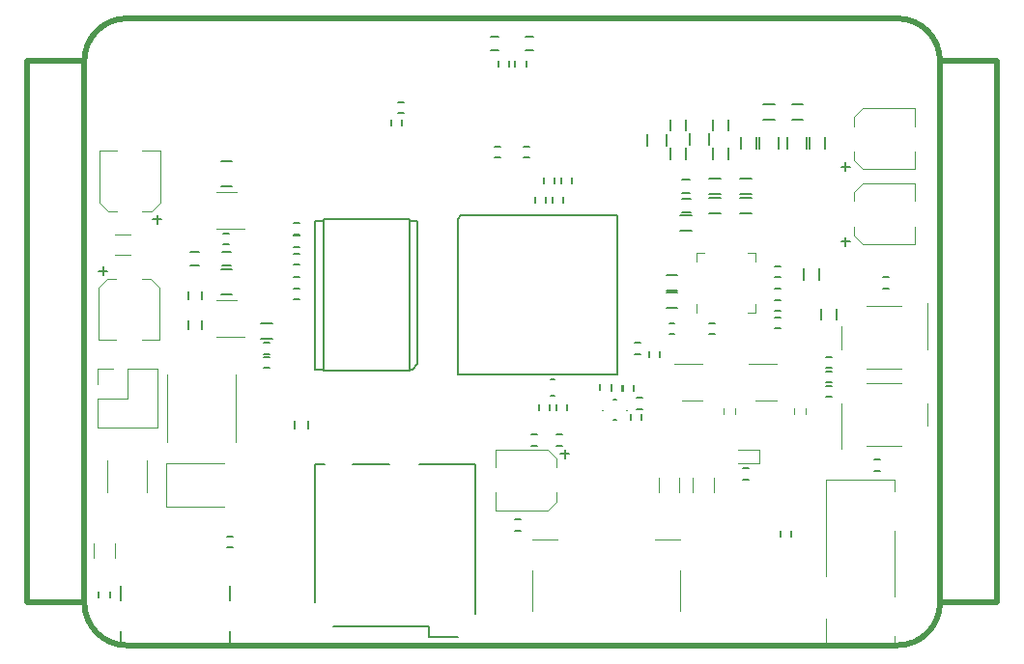
<source format=gbr>
%TF.GenerationSoftware,KiCad,Pcbnew,(6.0.1-0)*%
%TF.CreationDate,2022-12-27T13:33:37-05:00*%
%TF.ProjectId,EX-PCB-10108-001,45582d50-4342-42d3-9130-3130382d3030,A*%
%TF.SameCoordinates,Original*%
%TF.FileFunction,Legend,Top*%
%TF.FilePolarity,Positive*%
%FSLAX46Y46*%
G04 Gerber Fmt 4.6, Leading zero omitted, Abs format (unit mm)*
G04 Created by KiCad (PCBNEW (6.0.1-0)) date 2022-12-27 13:33:37*
%MOMM*%
%LPD*%
G01*
G04 APERTURE LIST*
%TA.AperFunction,Profile*%
%ADD10C,0.500000*%
%TD*%
%ADD11C,0.150000*%
%ADD12C,0.120000*%
%ADD13C,0.100000*%
%ADD14C,0.200000*%
G04 APERTURE END LIST*
D10*
X46450000Y-85300000D02*
X46450000Y-132800000D01*
X46450000Y-132800000D02*
G75*
G03*
X50200000Y-136550000I3750001J1D01*
G01*
X126450000Y-85300000D02*
X126450000Y-132800000D01*
X121450000Y-85300000D02*
G75*
G03*
X117700000Y-81550000I-3750001J-1D01*
G01*
X121450000Y-85300000D02*
X121450000Y-132800000D01*
X121450000Y-132800000D02*
X126450000Y-132800000D01*
X117700000Y-136550000D02*
X50200000Y-136550000D01*
X41450000Y-132800000D02*
X46450000Y-132800000D01*
X117700000Y-136550000D02*
G75*
G03*
X121450000Y-132800000I-1J3750001D01*
G01*
X126450000Y-85300000D02*
X121450000Y-85300000D01*
X50200000Y-81550000D02*
G75*
G03*
X46450000Y-85300000I1J-3750001D01*
G01*
X41450000Y-85300000D02*
X46450000Y-85300000D01*
X41450000Y-85300000D02*
X41450000Y-132800000D01*
X117700000Y-81550000D02*
X50200000Y-81550000D01*
D11*
X48081428Y-104100952D02*
X48081428Y-103339047D01*
X48462380Y-103720000D02*
X47700476Y-103720000D01*
X48081428Y-104100952D02*
X48081428Y-103339047D01*
X48462380Y-103720000D02*
X47700476Y-103720000D01*
X52861428Y-99560952D02*
X52861428Y-98799047D01*
X53242380Y-99180000D02*
X52480476Y-99180000D01*
X52861428Y-99560952D02*
X52861428Y-98799047D01*
X53242380Y-99180000D02*
X52480476Y-99180000D01*
X112789047Y-101141428D02*
X113550952Y-101141428D01*
X113170000Y-101522380D02*
X113170000Y-100760476D01*
X112789047Y-101141428D02*
X113550952Y-101141428D01*
X113170000Y-101522380D02*
X113170000Y-100760476D01*
X112789047Y-94561428D02*
X113550952Y-94561428D01*
X113170000Y-94942380D02*
X113170000Y-94180476D01*
X112789047Y-94561428D02*
X113550952Y-94561428D01*
X113170000Y-94942380D02*
X113170000Y-94180476D01*
X88199047Y-119731428D02*
X88960952Y-119731428D01*
X88580000Y-120112380D02*
X88580000Y-119350476D01*
X88199047Y-119731428D02*
X88960952Y-119731428D01*
X88580000Y-120112380D02*
X88580000Y-119350476D01*
X56475000Y-103250000D02*
X55775000Y-103250000D01*
X55775000Y-102050000D02*
X56475000Y-102050000D01*
X86275000Y-115400000D02*
X86275000Y-115900000D01*
X87225000Y-115900000D02*
X87225000Y-115400000D01*
X88775000Y-115900000D02*
X88775000Y-115400000D01*
X87825000Y-115400000D02*
X87825000Y-115900000D01*
X58575000Y-102050000D02*
X59275000Y-102050000D01*
X59275000Y-103250000D02*
X58575000Y-103250000D01*
X59375000Y-105750000D02*
X58425000Y-105750000D01*
X59375000Y-103550000D02*
X58425000Y-103550000D01*
X59375000Y-94050000D02*
X58425000Y-94050000D01*
X59375000Y-96250000D02*
X58425000Y-96250000D01*
X67430000Y-112480000D02*
X67430000Y-99180000D01*
X74930000Y-112480000D02*
X67430000Y-112480000D01*
X75680000Y-99330000D02*
X74930000Y-99330000D01*
X75680000Y-111830000D02*
X75180000Y-112330000D01*
X66680000Y-99330000D02*
X66680000Y-112330000D01*
X66680000Y-112330000D02*
X67430000Y-112330000D01*
X74930000Y-99180000D02*
X74930000Y-112480000D01*
X74930000Y-112330000D02*
X75180000Y-112330000D01*
X75680000Y-111830000D02*
X75680000Y-99330000D01*
X67430000Y-99180000D02*
X74930000Y-99180000D01*
X67430000Y-99330000D02*
X66680000Y-99330000D01*
X87700000Y-114650000D02*
X87300000Y-114650000D01*
X87300000Y-113250000D02*
X87700000Y-113250000D01*
X65300000Y-105275000D02*
X64800000Y-105275000D01*
X64800000Y-106225000D02*
X65300000Y-106225000D01*
X65300000Y-104275000D02*
X64800000Y-104275000D01*
X64800000Y-105225000D02*
X65300000Y-105225000D01*
X65300000Y-102225000D02*
X64800000Y-102225000D01*
X64800000Y-103175000D02*
X65300000Y-103175000D01*
X94350000Y-116275000D02*
X94350000Y-116775000D01*
X95300000Y-116775000D02*
X95300000Y-116275000D01*
X95375000Y-114850000D02*
X94875000Y-114850000D01*
X94875000Y-115800000D02*
X95375000Y-115800000D01*
X93575000Y-114200000D02*
X93575000Y-113700000D01*
X92625000Y-113700000D02*
X92625000Y-114200000D01*
X55550000Y-108775000D02*
X55550000Y-108075000D01*
X56750000Y-108075000D02*
X56750000Y-108775000D01*
X62700000Y-111275000D02*
X62200000Y-111275000D01*
X62200000Y-112225000D02*
X62700000Y-112225000D01*
X62200000Y-110975000D02*
X62700000Y-110975000D01*
X62700000Y-110025000D02*
X62200000Y-110025000D01*
D12*
X59800000Y-106290000D02*
X58000000Y-106290000D01*
X58000000Y-109510000D02*
X60450000Y-109510000D01*
D11*
X64850000Y-117525000D02*
X64850000Y-116825000D01*
X66050000Y-116825000D02*
X66050000Y-117525000D01*
X55550000Y-106225000D02*
X55550000Y-105525000D01*
X56750000Y-105525000D02*
X56750000Y-106225000D01*
X59150000Y-100425000D02*
X58650000Y-100425000D01*
X58650000Y-101375000D02*
X59150000Y-101375000D01*
D12*
X58000000Y-100010000D02*
X60450000Y-100010000D01*
X59800000Y-96790000D02*
X58000000Y-96790000D01*
X53040000Y-105190000D02*
X52280000Y-104430000D01*
X53040000Y-109770000D02*
X53040000Y-105190000D01*
X52280000Y-104430000D02*
X51490000Y-104430000D01*
X48470000Y-104430000D02*
X47710000Y-105190000D01*
X48470000Y-104430000D02*
X49260000Y-104430000D01*
X47710000Y-109770000D02*
X49260000Y-109770000D01*
X53040000Y-109770000D02*
X51490000Y-109770000D01*
X47710000Y-105190000D02*
X47710000Y-109770000D01*
X47760000Y-93130000D02*
X49310000Y-93130000D01*
X47760000Y-97710000D02*
X48520000Y-98470000D01*
X52330000Y-98470000D02*
X53090000Y-97710000D01*
X53090000Y-97710000D02*
X53090000Y-93130000D01*
X48520000Y-98470000D02*
X49310000Y-98470000D01*
X47760000Y-93130000D02*
X47760000Y-97710000D01*
X53090000Y-93130000D02*
X51540000Y-93130000D01*
X52330000Y-98470000D02*
X51540000Y-98470000D01*
D11*
X111950000Y-112525000D02*
X111450000Y-112525000D01*
X111450000Y-113475000D02*
X111950000Y-113475000D01*
D12*
X119220000Y-101370000D02*
X119220000Y-99820000D01*
X119220000Y-96040000D02*
X119220000Y-97590000D01*
X113880000Y-96800000D02*
X113880000Y-97590000D01*
X114640000Y-96040000D02*
X113880000Y-96800000D01*
X113880000Y-100610000D02*
X113880000Y-99820000D01*
X114640000Y-101370000D02*
X119220000Y-101370000D01*
X113880000Y-100610000D02*
X114640000Y-101370000D01*
X119220000Y-96040000D02*
X114640000Y-96040000D01*
X47290000Y-128900000D02*
X47290000Y-127600000D01*
X49110000Y-128900000D02*
X49110000Y-127600000D01*
D11*
X116950000Y-104275000D02*
X116450000Y-104275000D01*
X116450000Y-105225000D02*
X116950000Y-105225000D01*
X111950000Y-111275000D02*
X111450000Y-111275000D01*
X111450000Y-112225000D02*
X111950000Y-112225000D01*
X111950000Y-113775000D02*
X111450000Y-113775000D01*
X111450000Y-114725000D02*
X111950000Y-114725000D01*
X115700000Y-121225000D02*
X116200000Y-121225000D01*
X116200000Y-120275000D02*
X115700000Y-120275000D01*
D13*
X53650000Y-124400000D02*
X53650000Y-120600000D01*
X53650000Y-120600000D02*
X58700000Y-120600000D01*
X53650000Y-124400000D02*
X58700000Y-124400000D01*
D12*
X51910000Y-120363748D02*
X51910000Y-123136252D01*
X48490000Y-120363748D02*
X48490000Y-123136252D01*
D13*
X50450000Y-102310000D02*
X49150000Y-102310000D01*
X50450000Y-100490000D02*
X49150000Y-100490000D01*
X101610000Y-123150000D02*
X101610000Y-121850000D01*
X99790000Y-123150000D02*
X99790000Y-121850000D01*
D12*
X59700000Y-118750000D02*
X59700000Y-112750000D01*
X53700000Y-118750000D02*
X53700000Y-112750000D01*
D11*
X47725000Y-131875000D02*
X47725000Y-132375000D01*
X48675000Y-132375000D02*
X48675000Y-131875000D01*
D13*
X120300000Y-110550000D02*
X120300000Y-106550000D01*
X115050000Y-112300000D02*
X118050000Y-112300000D01*
X112800000Y-110550000D02*
X112800000Y-108550000D01*
X115050000Y-106800000D02*
X118050000Y-106800000D01*
X112800000Y-115300000D02*
X112800000Y-119300000D01*
X118050000Y-113550000D02*
X115050000Y-113550000D01*
X118050000Y-119050000D02*
X115050000Y-119050000D01*
X120300000Y-115300000D02*
X120300000Y-117300000D01*
D11*
X101200000Y-109225000D02*
X101700000Y-109225000D01*
X101700000Y-108275000D02*
X101200000Y-108275000D01*
X98200000Y-108275000D02*
X97700000Y-108275000D01*
X97700000Y-109225000D02*
X98200000Y-109225000D01*
X79180000Y-99130000D02*
X79480000Y-98830000D01*
X79180000Y-112830000D02*
X93180000Y-112830000D01*
X79180000Y-99130000D02*
X79180000Y-112830000D01*
X93180000Y-98830000D02*
X79480000Y-98830000D01*
X93180000Y-112830000D02*
X93180000Y-98830000D01*
X95975000Y-110750000D02*
X95975000Y-111250000D01*
X96925000Y-111250000D02*
X96925000Y-110750000D01*
X94700000Y-110975000D02*
X95200000Y-110975000D01*
X95200000Y-110025000D02*
X94700000Y-110025000D01*
D13*
X87950000Y-127250000D02*
X85700000Y-127250000D01*
X85700000Y-130000000D02*
X85700000Y-133500000D01*
X98700000Y-127250000D02*
X96450000Y-127250000D01*
X98700000Y-133500000D02*
X98700000Y-130000000D01*
D12*
X114640000Y-94790000D02*
X119220000Y-94790000D01*
X113880000Y-90220000D02*
X113880000Y-91010000D01*
X113880000Y-94030000D02*
X113880000Y-93240000D01*
X113880000Y-94030000D02*
X114640000Y-94790000D01*
X119220000Y-94790000D02*
X119220000Y-93240000D01*
X119220000Y-89460000D02*
X119220000Y-91010000D01*
X119220000Y-89460000D02*
X114640000Y-89460000D01*
X114640000Y-89460000D02*
X113880000Y-90220000D01*
D13*
X111450000Y-130500000D02*
X111450000Y-122000000D01*
X111450000Y-136500000D02*
X117450000Y-136500000D01*
X111450000Y-136500000D02*
X111450000Y-134250000D01*
X117450000Y-122000000D02*
X117450000Y-123000000D01*
X117450000Y-135750000D02*
X117450000Y-136500000D01*
X111450000Y-122000000D02*
X117450000Y-122000000D01*
X117450000Y-126500000D02*
X117450000Y-132250000D01*
D14*
X73170000Y-120650000D02*
X70000000Y-120650000D01*
X79160000Y-135850000D02*
X76640000Y-135850000D01*
X66700000Y-120650000D02*
X66700000Y-132810000D01*
X76640000Y-134850000D02*
X68250000Y-134850000D01*
X80700000Y-120650000D02*
X75770000Y-120650000D01*
X80700000Y-133800000D02*
X80700000Y-120650000D01*
X76640000Y-135850000D02*
X76640000Y-134850000D01*
X67490000Y-120650000D02*
X66700000Y-120650000D01*
D11*
X62950000Y-109675000D02*
X61950000Y-109675000D01*
X61950000Y-108325000D02*
X62950000Y-108325000D01*
X87800000Y-119025000D02*
X88300000Y-119025000D01*
X88300000Y-118075000D02*
X87800000Y-118075000D01*
X85600000Y-119025000D02*
X86100000Y-119025000D01*
X86100000Y-118075000D02*
X85600000Y-118075000D01*
D12*
X87870000Y-120120000D02*
X87110000Y-119360000D01*
X87870000Y-120120000D02*
X87870000Y-120910000D01*
X82530000Y-124690000D02*
X87110000Y-124690000D01*
X82530000Y-124690000D02*
X82530000Y-123140000D01*
X87870000Y-123930000D02*
X87870000Y-123140000D01*
X82530000Y-119360000D02*
X82530000Y-120910000D01*
X87110000Y-124690000D02*
X87870000Y-123930000D01*
X87110000Y-119360000D02*
X82530000Y-119360000D01*
D11*
X84700000Y-125525000D02*
X84200000Y-125525000D01*
X84200000Y-126475000D02*
X84700000Y-126475000D01*
D14*
X49660000Y-135320000D02*
X49660000Y-136600000D01*
X59240000Y-136600000D02*
X59240000Y-135320000D01*
X59240000Y-131350000D02*
X59240000Y-132600000D01*
X49660000Y-131350000D02*
X49660000Y-132600000D01*
X49660000Y-136600000D02*
X59240000Y-136600000D01*
D11*
X65300000Y-100625000D02*
X64800000Y-100625000D01*
X64800000Y-101575000D02*
X65300000Y-101575000D01*
X64800000Y-100475000D02*
X65300000Y-100475000D01*
X65300000Y-99525000D02*
X64800000Y-99525000D01*
X94625000Y-114250000D02*
X94625000Y-113750000D01*
X93675000Y-113750000D02*
X93675000Y-114250000D01*
X92850000Y-115000000D02*
X93050000Y-115000000D01*
X91875000Y-115900000D02*
X91875000Y-115900000D01*
X94025000Y-115900000D02*
X94025000Y-115900000D01*
X93050000Y-116800000D02*
X92850000Y-116800000D01*
X91675000Y-113650000D02*
X91675000Y-114150000D01*
X92625000Y-114150000D02*
X92625000Y-113650000D01*
X99500000Y-91650000D02*
X99500000Y-92650000D01*
X101200000Y-92650000D02*
X101200000Y-91650000D01*
X97500000Y-92700000D02*
X97500000Y-91700000D01*
X95800000Y-91700000D02*
X95800000Y-92700000D01*
X108100000Y-92000000D02*
X108100000Y-93000000D01*
X109800000Y-93000000D02*
X109800000Y-92000000D01*
X107300000Y-93000000D02*
X107300000Y-92000000D01*
X105600000Y-92000000D02*
X105600000Y-93000000D01*
X98875000Y-97400000D02*
X99575000Y-97400000D01*
X99575000Y-98600000D02*
X98875000Y-98600000D01*
X99525000Y-96850000D02*
X98825000Y-96850000D01*
X98825000Y-95650000D02*
X99525000Y-95650000D01*
X59450000Y-127025000D02*
X58950000Y-127025000D01*
X58950000Y-127975000D02*
X59450000Y-127975000D01*
X108425000Y-127000000D02*
X108425000Y-126500000D01*
X107475000Y-126500000D02*
X107475000Y-127000000D01*
X85125000Y-83150000D02*
X85825000Y-83150000D01*
X85825000Y-84350000D02*
X85125000Y-84350000D01*
X82775000Y-84350000D02*
X82075000Y-84350000D01*
X82075000Y-83150000D02*
X82775000Y-83150000D01*
D12*
X103750000Y-119400000D02*
X105600000Y-119400000D01*
X105600000Y-120600000D02*
X105600000Y-119400000D01*
X103750000Y-120600000D02*
X105600000Y-120600000D01*
D13*
X98610000Y-121850000D02*
X98610000Y-123150000D01*
X96790000Y-121850000D02*
X96790000Y-123150000D01*
D12*
X109710000Y-115780000D02*
X109710000Y-116220000D01*
X108690000Y-115780000D02*
X108690000Y-116220000D01*
X102440000Y-115780000D02*
X102440000Y-116220000D01*
X103460000Y-115780000D02*
X103460000Y-116220000D01*
D11*
X104700000Y-121025000D02*
X104200000Y-121025000D01*
X104200000Y-121975000D02*
X104700000Y-121975000D01*
X101525000Y-91400000D02*
X101525000Y-90400000D01*
X102875000Y-90400000D02*
X102875000Y-91400000D01*
X101525000Y-93900000D02*
X101525000Y-92900000D01*
X102875000Y-92900000D02*
X102875000Y-93900000D01*
X97825000Y-91400000D02*
X97825000Y-90400000D01*
X99175000Y-90400000D02*
X99175000Y-91400000D01*
X99175000Y-92900000D02*
X99175000Y-93900000D01*
X97825000Y-93900000D02*
X97825000Y-92900000D01*
X105375000Y-92000000D02*
X105375000Y-93000000D01*
X104025000Y-93000000D02*
X104025000Y-92000000D01*
X110025000Y-93000000D02*
X110025000Y-92000000D01*
X111375000Y-92000000D02*
X111375000Y-93000000D01*
X109450000Y-90425000D02*
X108450000Y-90425000D01*
X108450000Y-89075000D02*
X109450000Y-89075000D01*
X105950000Y-89075000D02*
X106950000Y-89075000D01*
X106950000Y-90425000D02*
X105950000Y-90425000D01*
X112375000Y-107000000D02*
X112375000Y-108000000D01*
X111025000Y-108000000D02*
X111025000Y-107000000D01*
X103950000Y-97325000D02*
X104950000Y-97325000D01*
X104950000Y-98675000D02*
X103950000Y-98675000D01*
X101200000Y-97325000D02*
X102200000Y-97325000D01*
X102200000Y-98675000D02*
X101200000Y-98675000D01*
X102200000Y-96925000D02*
X101200000Y-96925000D01*
X101200000Y-95575000D02*
X102200000Y-95575000D01*
X104950000Y-96925000D02*
X103950000Y-96925000D01*
X103950000Y-95575000D02*
X104950000Y-95575000D01*
X98700000Y-98825000D02*
X99700000Y-98825000D01*
X99700000Y-100175000D02*
X98700000Y-100175000D01*
X82725000Y-85250000D02*
X82725000Y-85750000D01*
X83675000Y-85750000D02*
X83675000Y-85250000D01*
X85175000Y-85750000D02*
X85175000Y-85250000D01*
X84225000Y-85250000D02*
X84225000Y-85750000D01*
D12*
X107100000Y-111890000D02*
X104650000Y-111890000D01*
X105300000Y-115110000D02*
X107100000Y-115110000D01*
X100600000Y-111890000D02*
X98150000Y-111890000D01*
X98800000Y-115110000D02*
X100600000Y-115110000D01*
X100090000Y-106635000D02*
X100090000Y-107360000D01*
X105310000Y-107360000D02*
X104585000Y-107360000D01*
X105310000Y-102865000D02*
X105310000Y-102140000D01*
X105310000Y-102140000D02*
X104585000Y-102140000D01*
X105310000Y-106635000D02*
X105310000Y-107360000D01*
X100090000Y-102140000D02*
X100815000Y-102140000D01*
X100090000Y-102865000D02*
X100090000Y-102140000D01*
D11*
X106950000Y-107225000D02*
X107450000Y-107225000D01*
X107450000Y-106275000D02*
X106950000Y-106275000D01*
X107450000Y-107775000D02*
X106950000Y-107775000D01*
X106950000Y-108725000D02*
X107450000Y-108725000D01*
X107450000Y-103275000D02*
X106950000Y-103275000D01*
X106950000Y-104225000D02*
X107450000Y-104225000D01*
X107450000Y-104275000D02*
X106950000Y-104275000D01*
X106950000Y-105225000D02*
X107450000Y-105225000D01*
X74450000Y-88925000D02*
X73950000Y-88925000D01*
X73950000Y-89875000D02*
X74450000Y-89875000D01*
X97450000Y-105575000D02*
X98450000Y-105575000D01*
X98450000Y-106925000D02*
X97450000Y-106925000D01*
X98450000Y-105425000D02*
X97450000Y-105425000D01*
X97450000Y-104075000D02*
X98450000Y-104075000D01*
X110875000Y-103500000D02*
X110875000Y-104500000D01*
X109525000Y-104500000D02*
X109525000Y-103500000D01*
X85975000Y-97250000D02*
X85975000Y-97750000D01*
X86925000Y-97750000D02*
X86925000Y-97250000D01*
X87675000Y-96000000D02*
X87675000Y-95500000D01*
X86725000Y-95500000D02*
X86725000Y-96000000D01*
X88425000Y-97750000D02*
X88425000Y-97250000D01*
X87475000Y-97250000D02*
X87475000Y-97750000D01*
X88225000Y-95500000D02*
X88225000Y-96000000D01*
X89175000Y-96000000D02*
X89175000Y-95500000D01*
X82950000Y-92775000D02*
X82450000Y-92775000D01*
X82450000Y-93725000D02*
X82950000Y-93725000D01*
X84950000Y-93725000D02*
X85450000Y-93725000D01*
X85450000Y-92775000D02*
X84950000Y-92775000D01*
X73375000Y-90450000D02*
X73375000Y-90950000D01*
X74325000Y-90950000D02*
X74325000Y-90450000D01*
D12*
X47645000Y-113600000D02*
X47645000Y-112270000D01*
X47645000Y-114870000D02*
X50245000Y-114870000D01*
X50245000Y-112270000D02*
X52845000Y-112270000D01*
X47645000Y-114870000D02*
X47645000Y-117470000D01*
X52845000Y-112270000D02*
X52845000Y-117470000D01*
X50245000Y-114870000D02*
X50245000Y-112270000D01*
X47645000Y-117470000D02*
X52845000Y-117470000D01*
X47645000Y-112270000D02*
X48975000Y-112270000D01*
M02*

</source>
